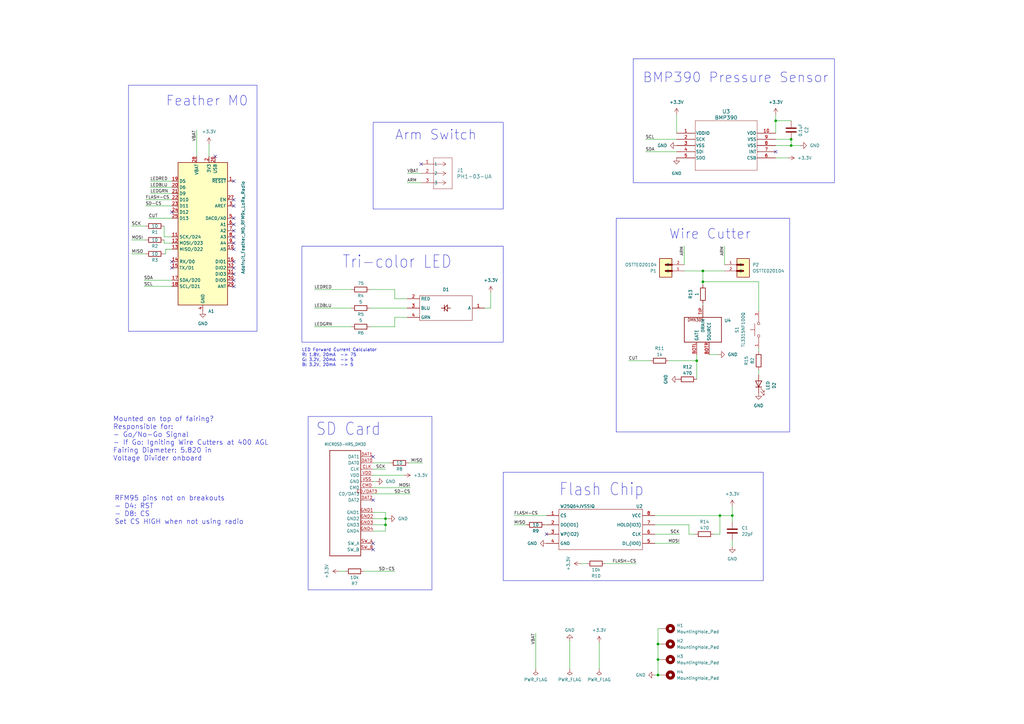
<source format=kicad_sch>
(kicad_sch (version 20230121) (generator eeschema)
  (paper "A3")
  (lib_symbols
    (symbol "CustomComponents:BMP390" (pin_names (offset 0.254))
      (property "Reference" "U" (at 20.32 10.16 0))
      (property "Value" "BMP390" (at 20.32 7.62 0))
      (symbol "BMP390_0_1"
        (polyline (pts (xy 7.62 -15.24) (xy 33.02 -15.24)) (stroke (width 0.127)))
        (polyline (pts (xy 7.62 5.08) (xy 7.62 -15.24)) (stroke (width 0.127)))
        (polyline (pts (xy 33.02 -15.24) (xy 33.02 5.08)) (stroke (width 0.127)))
        (polyline (pts (xy 33.02 5.08) (xy 7.62 5.08)) (stroke (width 0.127)))
        (pin power_in line (at 0 0 0) (length 7.62) (name "VDDIO") (number "1"))
        (pin power_in line (at 40.64 0 180) (length 7.62) (name "VDD") (number "10"))
        (pin input line (at 0 -2.54 0) (length 7.62) (name "SCK") (number "2"))
        (pin power_out line (at 0 -5.08 0) (length 7.62) (name "VSS") (number "3"))
        (pin bidirectional line (at 0 -7.62 0) (length 7.62) (name "SDI") (number "4"))
        (pin bidirectional line (at 0 -10.16 0) (length 7.62) (name "SDO") (number "5"))
        (pin input line (at 40.64 -10.16 180) (length 7.62) (name "CSB") (number "6"))
        (pin input line (at 40.64 -7.62 180) (length 7.62) (name "INT") (number "7"))
        (pin power_out line (at 40.64 -5.08 180) (length 7.62) (name "VSS") (number "8"))
        (pin power_out line (at 40.64 -2.54 180) (length 7.62) (name "VSS") (number "9"))
      )
    )
    (symbol "CustomComponents:DMN3051L-7"
      (symbol "DMN3051L-7_1_0"
        (polyline (pts (xy -7.62 0) (xy 7.62 0)) (stroke (width 0.254)))
        (polyline (pts (xy -7.62 10.16) (xy -7.62 0)) (stroke (width 0.254)))
        (polyline (pts (xy 7.62 0) (xy 7.62 10.16)) (stroke (width 0.254)))
        (polyline (pts (xy 7.62 10.16) (xy -7.62 10.16)) (stroke (width 0.254)))
        (text "DMN305" (at -6.35 8.382 0) (effects (font (size 1.27 1.0795)) (justify left bottom)))
        (pin bidirectional line (at -2.54 -5.08 90) (length 5.08) (name "GATE") (number "BOTL"))
        (pin bidirectional line (at 2.54 -5.08 90) (length 5.08) (name "SOURCE") (number "BOTR"))
        (pin bidirectional line (at 0 15.24 270) (length 5.08) (name "DRAIN") (number "TIP"))
      )
    )
    (symbol "CustomComponents:Diffused_RGB_(tri-color)_LED_-_Common_Anode"
      (property "Reference" "D" (at 1.27 -5.08 0))
      (symbol "Diffused_RGB_(tri-color)_LED_-_Common_Anode_0_1"
        (rectangle (start 0 -8.89) (end 21.59 -19.05))
      )
      (symbol "Diffused_RGB_(tri-color)_LED_-_Common_Anode_1_0"
        (polyline (pts (xy 10.16 -15.24) (xy 10.16 -13.97)) (stroke (width 0.254)))
        (polyline (pts (xy 10.16 -13.97) (xy 8.89 -13.97)) (stroke (width 0.254)))
        (polyline (pts (xy 10.16 -13.97) (xy 10.16 -12.7)) (stroke (width 0.254)))
        (polyline (pts (xy 10.16 -13.97) (xy 11.43 -15.24)) (stroke (width 0.254)))
        (polyline (pts (xy 11.43 -15.24) (xy 11.43 -13.97)) (stroke (width 0.254)))
        (polyline (pts (xy 11.43 -13.97) (xy 11.43 -12.7)) (stroke (width 0.254)))
        (polyline (pts (xy 11.43 -13.97) (xy 12.7 -13.97)) (stroke (width 0.254)))
        (polyline (pts (xy 11.43 -12.7) (xy 10.16 -13.97)) (stroke (width 0.254)))
      )
      (symbol "Diffused_RGB_(tri-color)_LED_-_Common_Anode_1_1"
        (pin input line (at 26.67 -13.97 180) (length 5.08) (name "A") (number "1"))
        (pin output line (at -5.08 -10.16 0) (length 5.08) (name "RED") (number "2"))
        (pin output line (at -5.08 -13.97 0) (length 5.08) (name "BLU") (number "3"))
        (pin output line (at -5.08 -17.78 0) (length 5.08) (name "GRN") (number "4"))
      )
    )
    (symbol "CustomComponents:MICROSD-HRS_DM3D"
      (property "Value" "MICROSD-HRS_DM3D" (at 0 -20.32 0))
      (symbol "MICROSD-HRS_DM3D_1_0"
        (polyline (pts (xy 0 -17.78) (xy 0 25.4)) (stroke (width 0.254)))
        (polyline (pts (xy 0 25.4) (xy 12.7 25.4)) (stroke (width 0.254)))
        (polyline (pts (xy 12.7 -17.78) (xy 0 -17.78)) (stroke (width 0.254)))
        (polyline (pts (xy 12.7 25.4) (xy 12.7 -17.78)) (stroke (width 0.254)))
        (pin bidirectional line (at 17.78 7.62 180) (length 5.08) (name "CD/DAT3") (number "CD/DAT3"))
        (pin bidirectional line (at 17.78 17.78 180) (length 5.08) (name "CLK") (number "CLK"))
        (pin bidirectional line (at 17.78 10.16 180) (length 5.08) (name "CMD") (number "CMD"))
        (pin bidirectional line (at 17.78 20.32 180) (length 5.08) (name "DAT0") (number "DAT0"))
        (pin bidirectional line (at 17.78 22.86 180) (length 5.08) (name "DAT1") (number "DAT1"))
        (pin bidirectional line (at 17.78 5.08 180) (length 5.08) (name "DAT2") (number "DAT2"))
        (pin bidirectional line (at 17.78 0 180) (length 5.08) (name "GND1") (number "GND1"))
        (pin bidirectional line (at 17.78 -2.54 180) (length 5.08) (name "GND2") (number "GND2"))
        (pin bidirectional line (at 17.78 -5.08 180) (length 5.08) (name "GND3") (number "GND3"))
        (pin bidirectional line (at 17.78 -7.62 180) (length 5.08) (name "GND4") (number "GND4"))
        (pin bidirectional line (at 17.78 -12.7 180) (length 5.08) (name "SW_A") (number "SW_A"))
        (pin bidirectional line (at 17.78 -15.24 180) (length 5.08) (name "SW_B") (number "SW_B"))
        (pin bidirectional line (at 17.78 15.24 180) (length 5.08) (name "VDD") (number "VDD"))
        (pin bidirectional line (at 17.78 12.7 180) (length 5.08) (name "GND") (number "VSS"))
      )
    )
    (symbol "CustomComponents:PH1-03-UA" (pin_names (offset 0.254))
      (property "Reference" "J" (at 8.89 6.35 0))
      (property "Value" "PH1-03-UA" (at 0 0 0))
      (symbol "PH1-03-UA_1_1"
        (polyline (pts (xy 5.08 -10.16) (xy 12.7 -10.16)) (stroke (width 0.127)))
        (polyline (pts (xy 5.08 2.54) (xy 5.08 -10.16)) (stroke (width 0.127)))
        (polyline (pts (xy 10.16 -7.62) (xy 5.08 -7.62)) (stroke (width 0.127)))
        (polyline (pts (xy 10.16 -7.62) (xy 8.89 -8.4667)) (stroke (width 0.127)))
        (polyline (pts (xy 10.16 -7.62) (xy 8.89 -6.7733)) (stroke (width 0.127)))
        (polyline (pts (xy 10.16 -3.81) (xy 5.08 -3.81)) (stroke (width 0.127)))
        (polyline (pts (xy 10.16 -3.81) (xy 8.89 -4.6567)) (stroke (width 0.127)))
        (polyline (pts (xy 10.16 -3.81) (xy 8.89 -2.9633)) (stroke (width 0.127)))
        (polyline (pts (xy 10.16 0) (xy 5.08 0)) (stroke (width 0.127)))
        (polyline (pts (xy 10.16 0) (xy 8.89 -0.8467)) (stroke (width 0.127)))
        (polyline (pts (xy 10.16 0) (xy 8.89 0.8467)) (stroke (width 0.127)))
        (polyline (pts (xy 12.7 -10.16) (xy 12.7 2.54)) (stroke (width 0.127)))
        (polyline (pts (xy 12.7 2.54) (xy 5.08 2.54)) (stroke (width 0.127)))
        (pin unspecified line (at 0 0 0) (length 5.08) (name "1") (number "1"))
        (pin unspecified line (at 0 -3.81 0) (length 5.08) (name "2") (number "2"))
        (pin unspecified line (at 0 -7.62 0) (length 5.08) (name "3") (number "3"))
      )
      (symbol "PH1-03-UA_1_2"
        (polyline (pts (xy 5.08 -20.32) (xy 12.7 -20.32)) (stroke (width 0.127)))
        (polyline (pts (xy 5.08 2.54) (xy 5.08 -20.32)) (stroke (width 0.127)))
        (polyline (pts (xy 7.62 -17.78) (xy 5.08 -17.78)) (stroke (width 0.127)))
        (polyline (pts (xy 7.62 -17.78) (xy 8.89 -18.6267)) (stroke (width 0.127)))
        (polyline (pts (xy 7.62 -17.78) (xy 8.89 -16.9333)) (stroke (width 0.127)))
        (polyline (pts (xy 7.62 -15.24) (xy 5.08 -15.24)) (stroke (width 0.127)))
        (polyline (pts (xy 7.62 -15.24) (xy 8.89 -16.0867)) (stroke (width 0.127)))
        (polyline (pts (xy 7.62 -15.24) (xy 8.89 -14.3933)) (stroke (width 0.127)))
        (polyline (pts (xy 7.62 -12.7) (xy 5.08 -12.7)) (stroke (width 0.127)))
        (polyline (pts (xy 7.62 -12.7) (xy 8.89 -13.5467)) (stroke (width 0.127)))
        (polyline (pts (xy 7.62 -12.7) (xy 8.89 -11.8533)) (stroke (width 0.127)))
        (polyline (pts (xy 7.62 -10.16) (xy 5.08 -10.16)) (stroke (width 0.127)))
        (polyline (pts (xy 7.62 -10.16) (xy 8.89 -11.0067)) (stroke (width 0.127)))
        (polyline (pts (xy 7.62 -10.16) (xy 8.89 -9.3133)) (stroke (width 0.127)))
        (polyline (pts (xy 7.62 -7.62) (xy 5.08 -7.62)) (stroke (width 0.127)))
        (polyline (pts (xy 7.62 -7.62) (xy 8.89 -8.4667)) (stroke (width 0.127)))
        (polyline (pts (xy 7.62 -7.62) (xy 8.89 -6.7733)) (stroke (width 0.127)))
        (polyline (pts (xy 7.62 -5.08) (xy 5.08 -5.08)) (stroke (width 0.127)))
        (polyline (pts (xy 7.62 -5.08) (xy 8.89 -5.9267)) (stroke (width 0.127)))
        (polyline (pts (xy 7.62 -5.08) (xy 8.89 -4.2333)) (stroke (width 0.127)))
        (polyline (pts (xy 7.62 -2.54) (xy 5.08 -2.54)) (stroke (width 0.127)))
        (polyline (pts (xy 7.62 -2.54) (xy 8.89 -3.3867)) (stroke (width 0.127)))
        (polyline (pts (xy 7.62 -2.54) (xy 8.89 -1.6933)) (stroke (width 0.127)))
        (polyline (pts (xy 7.62 0) (xy 5.08 0)) (stroke (width 0.127)))
        (polyline (pts (xy 7.62 0) (xy 8.89 -0.8467)) (stroke (width 0.127)))
        (polyline (pts (xy 7.62 0) (xy 8.89 0.8467)) (stroke (width 0.127)))
        (polyline (pts (xy 12.7 -20.32) (xy 12.7 2.54)) (stroke (width 0.127)))
        (polyline (pts (xy 12.7 2.54) (xy 5.08 2.54)) (stroke (width 0.127)))
        (pin unspecified line (at 0 0 0) (length 5.08) (name "1") (number "1"))
        (pin unspecified line (at 0 -2.54 0) (length 5.08) (name "2") (number "2"))
        (pin unspecified line (at 0 -5.08 0) (length 5.08) (name "3") (number "3"))
        (pin unspecified line (at 0 -7.62 0) (length 5.08) (name "4") (number "4"))
        (pin unspecified line (at 0 -10.16 0) (length 5.08) (name "5") (number "5"))
        (pin unspecified line (at 0 -12.7 0) (length 5.08) (name "6") (number "6"))
        (pin unspecified line (at 0 -15.24 0) (length 5.08) (name "7") (number "7"))
        (pin unspecified line (at 0 -17.78 0) (length 5.08) (name "8") (number "8"))
      )
    )
    (symbol "CustomComponents:TERMBLOCK_OSTTE020104_35MM" (pin_names (offset 1.016))
      (property "Reference" "P" (at 0 2.5427 0))
      (property "Value" "TERMBLOCK_OSTTE020104_35MM" (at 0 -6.3578 0))
      (symbol "TERMBLOCK_OSTTE020104_35MM_0_0"
        (rectangle (start 0 -5.08) (end 5.08 2.54) (stroke (width 0.254)) (fill (type background)))
        (polyline (pts (xy 0 -2.54) (xy 2.54 -2.54)) (stroke (width 0.762)))
        (polyline (pts (xy 0 0) (xy 2.54 0)) (stroke (width 0.762)))
        (pin passive line (at -5.08 0 0) (length 5.08) (name "1") (number "1"))
        (pin passive line (at -5.08 -2.54 0) (length 5.08) (name "2") (number "2"))
      )
    )
    (symbol "CustomComponents:TL3315NF100Q" (pin_names (offset 1.016))
      (property "Reference" "S" (at -7.62 5.08 0))
      (property "Value" "TL3315NF100Q" (at -7.62 -5.08 0))
      (symbol "TL3315NF100Q_0_0"
        (circle (center -2.54 0) (radius 0.508) (stroke (width 0.1524)))
        (polyline (pts (xy -5.08 0) (xy -3.048 0)) (stroke (width 0.1524)))
        (polyline (pts (xy -2.54 1.5875) (xy 0 1.5875)) (stroke (width 0.1524)))
        (polyline (pts (xy 0 1.5875) (xy 0 3.4925)) (stroke (width 0.1524)))
        (polyline (pts (xy 0 1.5875) (xy 2.54 1.5875)) (stroke (width 0.1524)))
        (polyline (pts (xy 5.08 0) (xy 3.048 0)) (stroke (width 0.1524)))
        (circle (center 2.54 0) (radius 0.508) (stroke (width 0.1524)))
        (pin passive line (at -7.62 0 0) (length 2.54) (name "~") (number "1"))
        (pin passive line (at 7.62 0 180) (length 2.54) (name "~") (number "3"))
      )
    )
    (symbol "CustomComponents:W25Q64JV"
      (property "Reference" "U11" (at 16.51 -3.81 0))
      (property "Value" "~" (at -2.54 -5.08 0))
      (symbol "W25Q64JV_0_1"
        (rectangle (start -16.51 -21.59) (end 17.78 -21.59))
        (rectangle (start -16.51 -5.08) (end -16.51 -21.59))
        (rectangle (start -16.51 -5.08) (end 17.78 -5.08))
        (rectangle (start 17.78 -5.08) (end 17.78 -21.59))
      )
      (symbol "W25Q64JV_1_1"
        (pin bidirectional line (at -21.59 -7.62 0) (length 5.08) (name "CS") (number "1"))
        (pin bidirectional line (at -21.59 -11.43 0) (length 5.08) (name "DO(IO1)") (number "2"))
        (pin bidirectional line (at -21.59 -15.24 0) (length 5.08) (name "WP(IO2)") (number "3"))
        (pin bidirectional line (at -21.59 -19.05 0) (length 5.08) (name "GND") (number "4"))
        (pin bidirectional line (at 22.86 -19.05 180) (length 5.08) (name "DI_(IO0)") (number "5"))
        (pin bidirectional line (at 22.86 -15.24 180) (length 5.08) (name "CLK") (number "6"))
        (pin bidirectional line (at 22.86 -11.43 180) (length 5.08) (name "HOLD(IO3)") (number "7"))
        (pin bidirectional line (at 22.86 -7.62 180) (length 5.08) (name "VCC") (number "8"))
      )
    )
    (symbol "Device:C" (pin_numbers hide) (pin_names (offset 0.254))
      (property "Reference" "C" (at 0.635 2.54 0))
      (property "Value" "C" (at 0.635 -2.54 0))
      (symbol "C_0_1"
        (polyline (pts (xy -2.032 -0.762) (xy 2.032 -0.762)) (stroke (width 0.508)))
        (polyline (pts (xy -2.032 0.762) (xy 2.032 0.762)) (stroke (width 0.508)))
      )
      (symbol "C_1_1"
        (pin passive line (at 0 3.81 270) (length 2.794) (name "~") (number "1"))
        (pin passive line (at 0 -3.81 90) (length 2.794) (name "~") (number "2"))
      )
    )
    (symbol "Device:LED" (pin_numbers hide) (pin_names (offset 1.016) hide)
      (property "Reference" "D" (at 0 2.54 0))
      (property "Value" "LED" (at 0 -2.54 0))
      (symbol "LED_0_1"
        (polyline (pts (xy -1.27 -1.27) (xy -1.27 1.27)) (stroke (width 0.254)))
        (polyline (pts (xy -1.27 0) (xy 1.27 0)))
        (polyline (pts (xy 1.27 -1.27) (xy 1.27 1.27) (xy -1.27 0) (xy 1.27 -1.27)) (stroke (width 0.254)))
        (polyline (pts (xy -3.048 -0.762) (xy -4.572 -2.286) (xy -3.81 -2.286) (xy -4.572 -2.286) (xy -4.572 -1.524)))
        (polyline (pts (xy -1.778 -0.762) (xy -3.302 -2.286) (xy -2.54 -2.286) (xy -3.302 -2.286) (xy -3.302 -1.524)))
      )
      (symbol "LED_1_1"
        (pin passive line (at -3.81 0 0) (length 2.54) (name "K") (number "1"))
        (pin passive line (at 3.81 0 180) (length 2.54) (name "A") (number "2"))
      )
    )
    (symbol "Device:R" (pin_numbers hide) (pin_names (offset 0))
      (property "Reference" "R" (at 2.032 0 90))
      (property "Value" "R" (at 0 0 90))
      (symbol "R_0_1"
        (rectangle (start -1.016 -2.54) (end 1.016 2.54) (stroke (width 0.254)))
      )
      (symbol "R_1_1"
        (pin passive line (at 0 3.81 270) (length 1.27) (name "~") (number "1"))
        (pin passive line (at 0 -3.81 90) (length 1.27) (name "~") (number "2"))
      )
    )
    (symbol "MCU_Module:Adafruit_Feather_M0_RFM9x_LoRa_Radio"
      (property "Reference" "A" (at -10.16 29.21 0))
      (property "Value" "Adafruit_Feather_M0_RFM9x_LoRa_Radio" (at 2.54 -31.75 0))
      (symbol "Adafruit_Feather_M0_RFM9x_LoRa_Radio_0_1"
        (rectangle (start -10.16 27.94) (end 10.16 -30.48) (stroke (width 0.254)) (fill (type background)))
      )
      (symbol "Adafruit_Feather_M0_RFM9x_LoRa_Radio_1_1"
        (pin input line (at 12.7 20.32 180) (length 2.54) (name "~{RESET}") (number "1"))
        (pin bidirectional line (at 12.7 -7.62 180) (length 2.54) (name "A5") (number "10"))
        (pin bidirectional line (at -12.7 -2.54 0) (length 2.54) (name "SCK/D24") (number "11"))
        (pin bidirectional line (at -12.7 -5.08 0) (length 2.54) (name "MOSI/D23") (number "12"))
        (pin bidirectional line (at -12.7 -7.62 0) (length 2.54) (name "MISO/D22") (number "13"))
        (pin bidirectional line (at -12.7 -12.7 0) (length 2.54) (name "RX/D0") (number "14"))
        (pin bidirectional line (at -12.7 -15.24 0) (length 2.54) (name "TX/D1") (number "15"))
        (pin bidirectional line (at 12.7 -12.7 180) (length 2.54) (name "DIO1") (number "16"))
        (pin bidirectional line (at -12.7 -20.32 0) (length 2.54) (name "SDA/D20") (number "17"))
        (pin bidirectional line (at -12.7 -22.86 0) (length 2.54) (name "SCL/D21") (number "18"))
        (pin bidirectional line (at -12.7 20.32 0) (length 2.54) (name "D5") (number "19"))
        (pin power_in line (at 2.54 30.48 270) (length 2.54) (name "3V3") (number "2"))
        (pin bidirectional line (at -12.7 17.78 0) (length 2.54) (name "D6") (number "20"))
        (pin bidirectional line (at -12.7 15.24 0) (length 2.54) (name "D9") (number "21"))
        (pin bidirectional line (at -12.7 12.7 0) (length 2.54) (name "D10") (number "22"))
        (pin bidirectional line (at -12.7 10.16 0) (length 2.54) (name "D11") (number "23"))
        (pin bidirectional line (at -12.7 7.62 0) (length 2.54) (name "D12") (number "24"))
        (pin bidirectional line (at -12.7 5.08 0) (length 2.54) (name "D13") (number "25"))
        (pin power_in line (at 5.08 30.48 270) (length 2.54) (name "USB") (number "26"))
        (pin input line (at 12.7 12.7 180) (length 2.54) (name "EN") (number "27"))
        (pin power_in line (at -2.54 30.48 270) (length 2.54) (name "VBAT") (number "28"))
        (pin bidirectional line (at 12.7 -22.86 180) (length 2.54) (name "ANT") (number "29"))
        (pin input line (at 12.7 10.16 180) (length 2.54) (name "AREF") (number "3"))
        (pin bidirectional line (at 12.7 -20.32 180) (length 2.54) (name "DIO5") (number "30"))
        (pin bidirectional line (at 12.7 -17.78 180) (length 2.54) (name "DIO3") (number "31"))
        (pin bidirectional line (at 12.7 -15.24 180) (length 2.54) (name "DIO2") (number "32"))
        (pin power_in line (at 0 -33.02 90) (length 2.54) (name "GND") (number "4"))
        (pin bidirectional line (at 12.7 5.08 180) (length 2.54) (name "DAC0/A0") (number "5"))
        (pin bidirectional line (at 12.7 2.54 180) (length 2.54) (name "A1") (number "6"))
        (pin bidirectional line (at 12.7 0 180) (length 2.54) (name "A2") (number "7"))
        (pin bidirectional line (at 12.7 -2.54 180) (length 2.54) (name "A3") (number "8"))
        (pin bidirectional line (at 12.7 -5.08 180) (length 2.54) (name "A4") (number "9"))
      )
    )
    (symbol "Mechanical:MountingHole_Pad" (pin_numbers hide) (pin_names (offset 1.016) hide)
      (property "Reference" "H" (at 0 6.35 0))
      (property "Value" "MountingHole_Pad" (at 0 4.445 0))
      (symbol "MountingHole_Pad_0_1"
        (circle (center 0 1.27) (radius 1.27) (stroke (width 1.27)))
      )
      (symbol "MountingHole_Pad_1_1"
        (pin input line (at 0 -2.54 90) (length 2.54) (name "1") (number "1"))
      )
    )
    (symbol "TERMBLOCK_OSTTE020104_35MM_1" (pin_names (offset 1.016))
      (property "Reference" "P4" (at 7.62 0 0))
      (property "Value" "OSTTE020104" (at 12.7 -2.54 0))
      (symbol "TERMBLOCK_OSTTE020104_35MM_1_0_0"
        (rectangle (start 0 -5.08) (end 5.08 2.54) (stroke (width 0.254)) (fill (type background)))
        (polyline (pts (xy 0 -2.54) (xy 2.54 -2.54)) (stroke (width 0.762)))
        (polyline (pts (xy 0 0) (xy 2.54 0)) (stroke (width 0.762)))
      )
      (symbol "TERMBLOCK_OSTTE020104_35MM_1_1_0"
        (pin passive line (at -5.08 0 0) (length 5.08) (name "1") (number "1"))
        (pin passive line (at -5.08 -2.54 0) (length 5.08) (name "2") (number "2"))
      )
    )
    (symbol "power:+3.3V" (power) (pin_names (offset 0))
      (property "Value" "+3.3V" (at 0 3.556 0))
      (symbol "+3.3V_0_1"
        (polyline (pts (xy -0.762 1.27) (xy 0 2.54)))
        (polyline (pts (xy 0 0) (xy 0 2.54)))
        (polyline (pts (xy 0 2.54) (xy 0.762 1.27)))
      )
      (symbol "+3.3V_1_1"
        (pin power_in line (at 0 0 90) (length 0) hide (name "+3.3V") (number "1"))
      )
    )
    (symbol "power:GND" (power) (pin_names (offset 0))
      (property "Value" "GND" (at 0 -3.81 0))
      (symbol "GND_0_1"
        (polyline (pts (xy 0 0) (xy 0 -1.27) (xy 1.27 -1.27) (xy 0 -2.54) (xy -1.27 -1.27) (xy 0 -1.27)))
      )
      (symbol "GND_1_1"
        (pin power_in line (at 0 0 270) (length 0) hide (name "GND") (number "1"))
      )
    )
    (symbol "power:PWR_FLAG" (power) (pin_numbers hide) (pin_names (offset 0) hide)
      (property "Value" "PWR_FLAG" (at 0 3.81 0))
      (symbol "PWR_FLAG_0_0"
        (pin power_out line (at 0 0 90) (length 0) (name "pwr") (number "1"))
      )
      (symbol "PWR_FLAG_0_1"
        (polyline (pts (xy 0 0) (xy 0 1.27) (xy -1.016 1.905) (xy 0 2.54) (xy 1.016 1.905) (xy 0 1.27)))
      )
    )
  )
  (junction (at 295.275 211.455))
  (junction (at 158.115 215.265))
  (junction (at 158.115 212.725))
  (junction (at 269.875 270.51))
  (junction (at 324.485 59.69))
  (junction (at 269.875 276.86))
  (junction (at 318.135 49.53))
  (junction (at 285.75 147.955))
  (junction (at 288.29 115.57))
  (junction (at 269.875 264.16))
  (junction (at 288.29 111.125))
  (junction (at 300.355 211.455))
  (junction (at 324.485 57.15))
  (no_connect (at 95.885 114.935))
  (no_connect (at 88.265 64.135))
  (no_connect (at 318.135 62.23))
  (no_connect (at 153.035 187.325))
  (no_connect (at 224.155 219.075))
  (no_connect (at 95.885 84.455))
  (no_connect (at 95.885 89.535))
  (no_connect (at 70.485 86.995))
  (no_connect (at 95.885 81.915))
  (no_connect (at 95.885 97.155))
  (no_connect (at 153.035 205.105))
  (no_connect (at 95.885 109.855))
  (no_connect (at 95.885 92.075))
  (no_connect (at 95.885 94.615))
  (no_connect (at 95.885 107.315))
  (no_connect (at 153.035 225.425))
  (no_connect (at 95.885 102.235))
  (no_connect (at 95.885 74.295))
  (no_connect (at 153.035 222.885))
  (no_connect (at 95.885 99.695))
  (no_connect (at 95.885 112.395))
  (no_connect (at 70.485 109.855))
  (no_connect (at 172.72 67.31))
  (no_connect (at 95.885 117.475))
  (no_connect (at 70.485 107.315))
  (wire (pts (xy 154.305 118.745) (xy 161.925 118.745)) (stroke (width 0.1524)))
  (wire (pts (xy 165.735 194.945) (xy 153.035 194.945)))
  (wire (pts (xy 311.15 144.145) (xy 311.15 142.875)))
  (wire (pts (xy 285.75 145.415) (xy 285.75 147.955)))
  (wire (pts (xy 161.925 118.745) (xy 161.925 122.555)) (stroke (width 0.1524)))
  (wire (pts (xy 158.115 210.185) (xy 158.115 212.725)))
  (wire (pts (xy 285.75 147.955) (xy 285.75 155.575)))
  (wire (pts (xy 159.385 212.725) (xy 158.115 212.725)))
  (wire (pts (xy 288.29 115.57) (xy 288.29 116.84)))
  (wire (pts (xy 269.875 264.16) (xy 271.145 264.16)))
  (wire (pts (xy 219.71 274.32) (xy 219.71 259.715)))
  (wire (pts (xy 61.595 76.835) (xy 70.485 76.835)))
  (wire (pts (xy 318.135 49.53) (xy 318.135 54.61)))
  (wire (pts (xy 295.275 211.455) (xy 300.355 211.455)) (stroke (width 0.1524)))
  (wire (pts (xy 311.15 115.57) (xy 288.29 115.57)))
  (wire (pts (xy 153.035 189.865) (xy 160.02 189.865)))
  (wire (pts (xy 128.905 118.745) (xy 144.145 118.745)) (stroke (width 0.1524)))
  (wire (pts (xy 67.31 104.14) (xy 67.945 104.14)))
  (wire (pts (xy 158.115 212.725) (xy 158.115 215.265)))
  (wire (pts (xy 85.725 59.055) (xy 85.725 64.135)))
  (wire (pts (xy 139.065 234.315) (xy 141.605 234.315)))
  (wire (pts (xy 201.295 120.015) (xy 201.295 126.365)))
  (wire (pts (xy 168.275 200.025) (xy 153.035 200.025)))
  (wire (pts (xy 128.905 126.365) (xy 144.145 126.365)) (stroke (width 0.1524)))
  (wire (pts (xy 238.125 231.14) (xy 240.665 231.14)))
  (wire (pts (xy 80.645 53.34) (xy 80.645 64.135)))
  (wire (pts (xy 53.975 92.71) (xy 59.69 92.71)))
  (wire (pts (xy 269.875 270.51) (xy 269.875 276.86)))
  (wire (pts (xy 167.64 189.865) (xy 173.355 189.865)))
  (wire (pts (xy 154.305 197.485) (xy 153.035 197.485)))
  (wire (pts (xy 280.67 100.965) (xy 280.67 108.585)))
  (wire (pts (xy 318.135 49.53) (xy 324.485 49.53)))
  (wire (pts (xy 300.355 224.155) (xy 300.355 221.615)))
  (wire (pts (xy 167.005 71.12) (xy 172.72 71.12)))
  (wire (pts (xy 60.96 89.535) (xy 70.485 89.535)))
  (wire (pts (xy 59.69 84.455) (xy 70.485 84.455)))
  (wire (pts (xy 324.485 57.15) (xy 318.135 57.15)))
  (wire (pts (xy 264.795 62.23) (xy 277.495 62.23)))
  (wire (pts (xy 158.115 217.805) (xy 153.035 217.805)))
  (wire (pts (xy 288.29 124.46) (xy 288.29 125.095)))
  (wire (pts (xy 300.355 211.455) (xy 300.355 213.995)) (stroke (width 0.1524)))
  (wire (pts (xy 167.005 74.93) (xy 172.72 74.93)))
  (wire (pts (xy 151.765 133.985) (xy 154.305 133.985)))
  (wire (pts (xy 67.945 102.235) (xy 70.485 102.235)))
  (wire (pts (xy 324.485 59.69) (xy 324.485 57.15)))
  (wire (pts (xy 153.035 202.565) (xy 168.275 202.565)))
  (wire (pts (xy 260.985 231.14) (xy 248.285 231.14)))
  (wire (pts (xy 161.925 133.985) (xy 161.925 130.175)) (stroke (width 0.1524)))
  (wire (pts (xy 59.055 114.935) (xy 70.485 114.935)))
  (wire (pts (xy 210.82 211.455) (xy 224.155 211.455)))
  (wire (pts (xy 282.575 219.075) (xy 282.575 215.265)))
  (wire (pts (xy 67.31 99.695) (xy 70.485 99.695)))
  (wire (pts (xy 311.15 153.67) (xy 311.15 151.765)))
  (wire (pts (xy 318.135 59.69) (xy 324.485 59.69)))
  (wire (pts (xy 268.605 211.455) (xy 295.275 211.455)) (stroke (width 0.1524)))
  (wire (pts (xy 278.765 222.885) (xy 268.605 222.885)))
  (wire (pts (xy 67.31 97.155) (xy 67.31 92.71)))
  (wire (pts (xy 323.215 64.77) (xy 318.135 64.77)))
  (wire (pts (xy 201.295 126.365) (xy 198.755 126.365)))
  (wire (pts (xy 280.67 111.125) (xy 288.29 111.125)))
  (wire (pts (xy 153.035 212.725) (xy 158.115 212.725)))
  (wire (pts (xy 278.765 219.075) (xy 268.605 219.075)))
  (wire (pts (xy 288.29 111.125) (xy 288.29 115.57)))
  (wire (pts (xy 67.31 98.425) (xy 67.31 99.695)))
  (wire (pts (xy 297.18 100.965) (xy 297.18 108.585)))
  (wire (pts (xy 67.945 104.14) (xy 67.945 102.235)))
  (wire (pts (xy 300.355 207.645) (xy 300.355 211.455)))
  (wire (pts (xy 294.64 145.415) (xy 290.83 145.415)))
  (wire (pts (xy 153.035 210.185) (xy 158.115 210.185)))
  (wire (pts (xy 153.035 215.265) (xy 158.115 215.265)))
  (wire (pts (xy 70.485 97.155) (xy 67.31 97.155)))
  (wire (pts (xy 215.9 215.265) (xy 210.82 215.265)))
  (wire (pts (xy 233.68 262.89) (xy 233.68 274.32)))
  (wire (pts (xy 53.975 104.14) (xy 59.69 104.14)))
  (wire (pts (xy 318.135 46.99) (xy 318.135 49.53)))
  (wire (pts (xy 277.495 46.99) (xy 277.495 54.61)))
  (wire (pts (xy 269.875 264.16) (xy 269.875 270.51)))
  (wire (pts (xy 311.15 115.57) (xy 311.15 127.635)))
  (wire (pts (xy 295.275 219.075) (xy 295.275 211.455)) (stroke (width 0.1524)))
  (wire (pts (xy 158.115 192.405) (xy 153.035 192.405)))
  (wire (pts (xy 223.52 215.265) (xy 224.155 215.265)))
  (wire (pts (xy 282.575 219.075) (xy 285.115 219.075)))
  (wire (pts (xy 154.305 133.985) (xy 161.925 133.985)) (stroke (width 0.1524)))
  (wire (pts (xy 269.875 264.16) (xy 269.875 257.81)))
  (wire (pts (xy 245.745 274.32) (xy 245.745 263.525)))
  (wire (pts (xy 161.925 234.315) (xy 149.225 234.315)))
  (wire (pts (xy 61.595 74.295) (xy 70.485 74.295)))
  (wire (pts (xy 274.32 147.955) (xy 285.75 147.955)))
  (wire (pts (xy 271.145 270.51) (xy 269.875 270.51)))
  (wire (pts (xy 161.925 122.555) (xy 167.005 122.555)) (stroke (width 0.1524)))
  (wire (pts (xy 264.795 57.15) (xy 277.495 57.15)))
  (wire (pts (xy 53.975 98.425) (xy 59.69 98.425)))
  (wire (pts (xy 266.7 147.955) (xy 257.81 147.955)))
  (wire (pts (xy 269.875 276.86) (xy 268.605 276.86)))
  (wire (pts (xy 328.295 59.69) (xy 324.485 59.69)))
  (wire (pts (xy 151.765 118.745) (xy 154.305 118.745)))
  (wire (pts (xy 151.765 126.365) (xy 154.305 126.365)))
  (wire (pts (xy 268.605 215.265) (xy 282.575 215.265)))
  (wire (pts (xy 288.29 111.125) (xy 297.18 111.125)))
  (wire (pts (xy 59.055 117.475) (xy 70.485 117.475)))
  (wire (pts (xy 271.145 276.86) (xy 269.875 276.86)))
  (wire (pts (xy 59.69 81.915) (xy 70.485 81.915)))
  (wire (pts (xy 128.905 133.985) (xy 144.145 133.985)) (stroke (width 0.1524)))
  (wire (pts (xy 61.595 79.375) (xy 70.485 79.375)))
  (wire (pts (xy 161.925 130.175) (xy 167.005 130.175)) (stroke (width 0.1524)))
  (wire (pts (xy 158.115 215.265) (xy 158.115 217.805)))
  (wire (pts (xy 154.305 126.365) (xy 167.005 126.365)) (stroke (width 0.1524)))
  (wire (pts (xy 292.735 219.075) (xy 295.275 219.075)) (stroke (width 0.1524)))
  (wire (pts (xy 271.145 257.81) (xy 269.875 257.81)))
  (rectangle (start 252.73 89.535) (end 323.85 177.165))
  (rectangle (start 259.715 24.13) (end 342.265 74.93))
  (rectangle (start 52.705 34.925) (end 105.41 135.89))
  (rectangle (start 153.035 50.165) (end 206.375 85.725))
  (rectangle (start 126.365 170.815) (end 177.165 241.935))
  (rectangle (start 206.375 193.675) (end 313.055 238.125))
  (rectangle (start 123.825 100.965) (end 206.375 140.335))
  (text "RFM95 pins not on breakouts\n- D4: RST\n- D8: CS\nSet CS HIGH when not using radio" (at 46.99 215.265 0) (effects (font (size 2 2)) (justify left bottom)))
  (text "LED Forward Current Calculator\nR: 1.8V, 20mA  -> 75\nG: 3.2V, 20mA  -> 5\nB: 3.2V, 20mA  -> 5" (at 123.825 150.495 0) (effects (font (size 1.27 1.27)) (justify left bottom)))
  (text "SD Card" (at 129.54 179.07 0) (effects (font (size 5.08 4.318)) (justify left bottom)))
  (text "Wire Cutter" (at 274.32 98.425 0) (effects (font (size 4 4)) (justify left bottom)))
  (text "BMP390 Pressure Sensor" (at 263.525 34.29 0) (effects (font (size 4 4)) (justify left bottom)))
  (text "Tri-color LED" (at 140.335 110.49 0) (effects (font (size 5.08 4.318)) (justify left bottom)))
  (text "Arm Switch" (at 161.925 57.785 0) (effects (font (size 4 4)) (justify left bottom)))
  (text "Mounted on top of fairing?\nResponsible for:\n- Go/No-Go Signal\n- If Go: Igniting Wire Cutters at 400 AGL\nFairing Diameter: 5.820 in\nVoltage Divider onboard" (at 46.355 189.23 0) (effects (font (size 2 2)) (justify left bottom)))
  (text "Feather M0" (at 67.945 43.815 0) (effects (font (size 4 4)) (justify left bottom)))
  (text "Flash Chip" (at 229.235 203.835 0) (effects (font (size 5.08 4.318)) (justify left bottom)))
  (label "LEDGRN" (at 128.905 133.985 0) (effects (font (size 1.2446 1.2446))))
  (label "CUT" (at 257.81 147.955 0))
  (label "SD-CS" (at 161.925 234.315 180) (effects (font (size 1.2446 1.2446))))
  (label "SDA" (at 59.055 114.935 0) (effects (font (size 1.2446 1.2446))))
  (label "FLASH-CS" (at 260.985 231.14 180) (effects (font (size 1.2446 1.2446))))
  (label "FLASH-CS" (at 59.69 81.915 0) (effects (font (size 1.2446 1.2446))))
  (label "SD-CS" (at 59.69 84.455 0) (effects (font (size 1.2446 1.2446))))
  (label "LEDRED" (at 61.595 74.295 0) (effects (font (size 1.2446 1.2446))))
  (label "MOSI" (at 168.275 200.025 180) (effects (font (size 1.2446 1.2446))))
  (label "VBAT" (at 167.005 71.12 0))
  (label "MISO" (at 173.355 189.865 180))
  (label "SCK" (at 278.765 219.075 180) (effects (font (size 1.2446 1.2446))))
  (label "ARM" (at 297.18 100.965 270) (effects (font (size 1.2446 1.2446))))
  (label "MISO" (at 210.82 215.265 0) (effects (font (size 1.2446 1.2446))))
  (label "VBAT" (at 80.645 53.34 270))
  (label "ARM" (at 280.67 100.965 270) (effects (font (size 1.2446 1.2446))))
  (label "CUT" (at 60.96 89.535 0))
  (label "MISO" (at 53.975 104.14 0))
  (label "SCK" (at 53.975 92.71 0))
  (label "SCK" (at 158.115 192.405 180))
  (label "LEDBLU" (at 128.905 126.365 0) (effects (font (size 1.2446 1.2446))))
  (label "ARM" (at 167.005 74.93 0) (effects (font (size 1.2446 1.2446))))
  (label "LEDGRN" (at 61.595 79.375 0) (effects (font (size 1.2446 1.2446))))
  (label "SCL" (at 59.055 117.475 0) (effects (font (size 1.2446 1.2446))))
  (label "SCL" (at 264.795 57.15 0) (effects (font (size 1.2446 1.2446))))
  (label "LEDBLU" (at 61.595 76.835 0) (effects (font (size 1.2446 1.2446))))
  (label "LEDRED" (at 128.905 118.745 0) (effects (font (size 1.2446 1.2446))))
  (label "VBAT" (at 219.71 259.715 270))
  (label "FLASH-CS" (at 210.82 211.455 0) (effects (font (size 1.2446 1.2446))))
  (label "MOSI" (at 278.765 222.885 180) (effects (font (size 1.2446 1.2446))))
  (label "MOSI" (at 53.975 98.425 0) (effects (font (size 1.2446 1.2446))))
  (label "SD-CS" (at 168.275 202.565 180) (effects (font (size 1.2446 1.2446))))
  (label "SDA" (at 264.795 62.23 0) (effects (font (size 1.2446 1.2446))))
  (symbol (lib_id "Device:R") (at 63.5 98.425 270) (unit 1)
    (property "Reference" "R2" (at 63.5 100.965 90))
    (property "Value" "10" (at 63.5 98.425 90))
    (property "Footprint" "CustomFootprintLib:R_0603_1608Metric_Pad0.98x0.95mm_HandSolder" (effects hide))
    (property "Item #" "9" (effects hide))
    (property "Package/Footprint" "0603" (effects hide))
    (property "Type" "SMD" (effects hide))
    (property "Distributor" "DigiKey" (effects hide))
    (property "Price" "$0.10" (effects hide))
    (property "Distributor Part Number" "RMCF0603FT10R0CT-ND" (effects hide))
    (property "Product URL" "https://www.digikey.com/en/products/detail/stackpole-electronics-inc/RMCF0603FT10R0/1761152" (effects hide))
  )
  (symbol (lib_id "power:GND") (at 311.15 161.29 0) (unit 1)
    (property "Reference" "#PWR020" (effects hide))
    (property "Value" "GND" (at 311.15 166.37 0))
  )
  (symbol (lib_id "Mechanical:MountingHole_Pad") (at 273.685 276.86 270) (unit 1)
    (property "Reference" "H4" (at 277.495 275.59 90) (effects (justify left)))
    (property "Value" "MountingHole_Pad" (at 277.495 278.13 90) (effects (justify left)))
    (property "Footprint" "MountingHole:MountingHole_3mm_Pad" (effects hide))
    (property "Item #" "6" (effects hide))
    (property "Manufacturer" "-" (effects hide))
    (property "Mfg Part #" "-" (effects hide))
    (property "Notes" "-" (effects hide))
    (property "Package/Footprint" "-" (effects hide))
    (property "Price" "-" (effects hide))
    (property "Product URL" "-" (effects hide))
    (property "Type" "-" (effects hide))
    (property "Distributor Part Number" "-" (effects hide))
  )
  (symbol (lib_id "power:+3.3V") (at 318.135 46.99 0) (unit 1)
    (property "Reference" "#PWR021" (effects hide))
    (property "Value" "+3.3V" (at 318.135 41.91 0))
  )
  (symbol (lib_id "Device:R") (at 163.83 189.865 270) (unit 1)
    (property "Reference" "R8" (at 163.83 192.405 90))
    (property "Value" "10" (at 163.83 189.865 90))
    (property "Footprint" "CustomFootprintLib:R_0603_1608Metric_Pad0.98x0.95mm_HandSolder" (effects hide))
    (property "Item #" "9" (effects hide))
    (property "Package/Footprint" "0603" (effects hide))
    (property "Type" "SMD" (effects hide))
    (property "Distributor" "DigiKey" (effects hide))
    (property "Price" "$0.10" (effects hide))
    (property "Distributor Part Number" "RMCF0603FT10R0CT-ND" (effects hide))
    (property "Product URL" "https://www.digikey.com/en/products/detail/stackpole-electronics-inc/RMCF0603FT10R0/1761152" (effects hide))
  )
  (symbol (lib_id "Device:R") (at 147.955 126.365 90) (unit 1)
    (property "Reference" "R5" (at 147.955 128.905 90))
    (property "Value" "5" (at 147.955 123.825 90))
    (property "Footprint" "CustomFootprintLib:0805-NO-Resistor" (effects hide))
    (property "Datasheet" "https://www.seielect.com/catalog/sei-rmcf_rmcp.pdf" (effects hide))
    (property "Distributor" "DigiKey" (effects hide))
    (property "Item #" "11" (effects hide))
    (property "Manufacturer" "Stackpole Electronics Inc" (effects hide))
    (property "Mfg Part #" "RMCF0805FT1R00" (effects hide))
    (property "Package/Footprint" "0805" (effects hide))
    (property "Price" "$0.10" (effects hide))
    (property "Type" "SMD" (effects hide))
    (property "Distributor Part Number" "RNCP0805FTD5R10CT-ND" (effects hide))
  )
  (symbol (lib_id "CustomComponents:PH1-03-UA") (at 172.72 67.31 0) (unit 1)
    (property "Reference" "J1" (at 187.325 69.85 0) (effects (font (size 1.524 1.524)) (justify left)))
    (property "Value" "PH1-03-UA" (at 187.325 72.39 0) (effects (font (size 1.524 1.524)) (justify left)))
    (property "Footprint" "digikey-footprints:PinHeader_1x3_P2.54_Drill1.1mm" (effects hide))
    (property "Datasheet" "2PH1-08-UA" (effects hide))
    (property "Item #" "7" (effects hide))
  )
  (symbol (lib_id "CustomComponents:MICROSD-HRS_DM3D") (at 135.255 210.185 0) (unit 1)
    (property "Reference" "U1" (effects hide))
    (property "Value" "MICROSD-HRS_DM3D" (at 141.605 182.245 0) (effects (font (size 1.27 1.0795))))
    (property "Footprint" "CustomFootprintLib:MICROSD-HRS_DM3D" (effects hide))
    (property "Datasheet" "https://www.mouser.com/datasheet/2/185/hiro_s_a0003496442_1-2269812.pdf" (effects hide))
    (property "Distributor" "Mouser" (effects hide))
    (property "Item #" "19" (effects hide))
    (property "Price" "$1.82" (effects hide))
    (property "Product URL" "https://www.mouser.com/ProductDetail/Hirose-Connector/DM3D-SF?qs=nSryOFbzj8L3f0GFYlvXkw%3D%3D" (effects hide))
    (property "Distributor Part Number" "798-DM3D-SF " (effects hide))
  )
  (symbol (lib_id "power:+3.3V") (at 300.355 207.645 0) (unit 1)
    (property "Reference" "#PWR018" (effects hide))
    (property "Value" "+3.3V" (at 300.355 202.565 0))
  )
  (symbol (lib_id "power:GND") (at 277.495 64.77 0) (unit 1)
    (property "Reference" "#PWR015" (effects hide))
    (property "Value" "GND" (at 277.495 71.12 0))
  )
  (symbol (lib_id "power:+3.3V") (at 238.125 231.14 90) (mirror x) (unit 1)
    (property "Reference" "#PWR010" (effects hide))
    (property "Value" "+3.3V" (at 233.045 231.14 0))
  )
  (symbol (lib_id "Device:R") (at 63.5 92.71 270) (unit 1)
    (property "Reference" "R1" (at 63.5 95.25 90))
    (property "Value" "10" (at 63.5 92.71 90))
    (property "Footprint" "CustomFootprintLib:R_0603_1608Metric_Pad0.98x0.95mm_HandSolder" (effects hide))
    (property "Item #" "9" (effects hide))
    (property "Package/Footprint" "0603" (effects hide))
    (property "Type" "SMD" (effects hide))
    (property "Distributor" "DigiKey" (effects hide))
    (property "Price" "$0.10" (effects hide))
    (property "Distributor Part Number" "RMCF0603FT10R0CT-ND" (effects hide))
    (property "Product URL" "https://www.digikey.com/en/products/detail/stackpole-electronics-inc/RMCF0603FT10R0/1761152" (effects hide))
  )
  (symbol (lib_id "power:+3.3V") (at 277.495 46.99 0) (unit 1)
    (property "Reference" "#PWR013" (effects hide))
    (property "Value" "+3.3V" (at 277.495 41.91 0))
  )
  (symbol (lib_id "Device:R") (at 288.925 219.075 90) (unit 1)
    (property "Reference" "R14" (at 288.925 213.995 90))
    (property "Value" "470" (at 288.925 216.535 90))
    (property "Footprint" "CustomFootprintLib:0805-NO-Resistor" (effects hide))
    (property "Datasheet" "https://www.seielect.com/catalog/sei-rmcf_rmcp.pdf" (effects hide))
    (property "Distributor" "DigiKey" (effects hide))
    (property "Item #" "15" (effects hide))
    (property "Package/Footprint" "0805" (effects hide))
    (property "Price" "$0.10" (effects hide))
    (property "Product URL" "https://www.digikey.com/en/products/detail/stackpole-electronics-inc/RMCF0805FT470R/1760300?s=N4IgTCBcDaIEoFkDCAxADADjQVhQFQBYB2NOJPAWgDkAREAXQF8g" (effects hide))
    (property "Type" "SMD" (effects hide))
    (property "Distributor Part Number" "RMCF0805FT470RCT-ND" (effects hide))
  )
  (symbol (lib_id "MCU_Module:Adafruit_Feather_M0_RFM9x_LoRa_Radio") (at 83.185 94.615 0) (unit 1)
    (property "Reference" "A1" (at 85.3791 127.635 0) (effects (justify left)))
    (property "Value" "Adafruit_Feather_M0_RFM9x_LoRa_Radio" (at 99.695 112.395 90) (effects (justify left)))
    (property "Footprint" "Module:Adafruit_Feather_M0_RFM" (effects hide))
    (property "Datasheet" "https://cdn-learn.adafruit.com/downloads/pdf/adafruit-feather-m0-radio-with-lora-radio-module.pdf" (effects hide))
    (property "Item #" "1" (effects hide))
  )
  (symbol (lib_id "power:+3.3V") (at 323.215 64.77 270) (unit 1)
    (property "Reference" "#PWR022" (effects hide))
    (property "Value" "+3.3V" (at 327.025 64.77 90) (effects (justify left)))
  )
  (symbol (lib_id "Device:R") (at 244.475 231.14 270) (unit 1)
    (property "Reference" "R10" (at 244.475 236.22 90))
    (property "Value" "10k" (at 244.475 233.68 90))
    (property "Footprint" "Resistor_SMD:R_0603_1608Metric_Pad0.98x0.95mm_HandSolder" (effects hide))
    (property "Distributor" "DigiKey" (effects hide))
    (property "Item #" "13" (effects hide))
    (property "Package/Footprint" "0603" (effects hide))
    (property "Price" "$0.10" (effects hide))
    (property "Product URL" "https://www.digikey.com/en/products/detail/stackpole-electronics-inc/RMCF0603FT10K0/1761235" (effects hide))
    (property "Type" "SMD" (effects hide))
    (property "Distributor Part Number" "RMCF0603FT10K0CT-ND" (effects hide))
  )
  (symbol (lib_id "Device:LED") (at 311.15 157.48 90) (unit 1)
    (property "Reference" "D2" (at 317.5 158.115 0))
    (property "Value" "LED" (at 314.96 158.115 0))
    (property "Footprint" "CustomFootprintLib:LED0805N_CML_(CMD17-21VRDTR8)" (effects hide))
    (property "Distributor" "DigiKey" (effects hide))
    (property "Distributor Part Number" "L62501CT-ND" (effects hide))
    (property "Item #" "5" (effects hide))
  )
  (symbol (lib_id "Device:R") (at 270.51 147.955 90) (unit 1)
    (property "Reference" "R11" (at 270.51 142.875 90))
    (property "Value" "1k" (at 270.51 145.415 90))
    (property "Footprint" "CustomFootprintLib:0805-NO-Resistor" (effects hide))
    (property "Datasheet" "https://www.seielect.com/catalog/sei-rmcf_rmcp.pdf" (effects hide))
    (property "Item #" "14" (effects hide))
    (property "Package/Footprint" "0805" (effects hide))
    (property "Type" "THT" (effects hide))
    (property "Distributor" "DigiKey" (effects hide))
    (property "Price" "$0.10" (effects hide))
    (property "Distributor Part Number" "RMCF0805FT1K00CT-ND" (effects hide))
  )
  (symbol (lib_id "power:PWR_FLAG") (at 245.745 274.32 180) (unit 1)
    (property "Reference" "#FLG03" (effects hide))
    (property "Value" "PWR_FLAG" (at 245.745 278.765 0))
  )
  (symbol (lib_id "CustomComponents:DMN3051L-7") (at 288.29 140.335 0) (unit 1)
    (property "Reference" "U4" (at 298.45 131.445 0))
    (property "Value" "DMN3051L-7" (effects hide))
    (property "Footprint" "CustomFootprintLib:DMN3051L-7" (effects hide))
    (property "Datasheet" "https://www.diodes.com/assets/Datasheets/ds31347.pdf" (effects hide))
    (property "Item #" "22" (effects hide))
    (property "Mfg Part #" "DMN3051L-7" (effects hide))
    (property "Package/Footprint" "SOT-23-3" (effects hide))
    (property "Type" "SMD" (effects hide))
    (property "Distributor" "DigiKey" (effects hide))
    (property "MANUFACTURER" "Diodes Incorporated" (effects hide))
    (property "Price" "$0.46" (effects hide))
    (property "Distributor Part Number" "DMN3051LDICT-ND" (effects hide))
  )
  (symbol (lib_id "CustomComponents:BMP390") (at 277.495 54.61 0) (unit 1)
    (property "Reference" "U3" (at 297.815 45.72 0) (effects (font (size 1.524 1.524))))
    (property "Value" "BMP390" (at 297.815 48.26 0) (effects (font (size 1.524 1.524))))
    (property "Footprint" "CustomFootprintLib:LGA10_BMP390_BOS" (effects hide))
    (property "Datasheet" "https://www.bosch-sensortec.com/media/boschsensortec/downloads/datasheets/bst-bmp390-ds002.pdf" (effects hide))
    (property "Distributor" "DigiKey" (effects hide))
    (property "Item #" "21" (effects hide))
    (property "Manufacturer" "Bosch Sensortec" (effects hide))
    (property "Mfg Part #" "BMP390" (effects hide))
    (property "Package/Footprint" "10-WFLGA" (effects hide))
    (property "Price" "$4.12" (effects hide))
    (property "Product URL" "https://www.digikey.com/en/products/detail/bosch-sensortec/BMP390/16164575" (effects hide))
    (property "Type" "SMD" (effects hide))
    (property "Distributor Part Number" "828-BMP390CT-ND" (effects hide))
  )
  (symbol (lib_id "power:GND") (at 83.185 127.635 0) (unit 1)
    (property "Reference" "#PWR01" (effects hide))
    (property "Value" "GND" (at 83.185 132.715 0))
  )
  (symbol (lib_id "power:+3.3V") (at 245.745 263.525 0) (unit 1)
    (property "Reference" "#PWR011" (effects hide))
    (property "Value" "+3.3V" (at 245.745 258.445 0))
  )
  (symbol (lib_id "Mechanical:MountingHole_Pad") (at 273.685 257.81 270) (unit 1)
    (property "Reference" "H1" (at 277.495 256.54 90) (effects (justify left)))
    (property "Value" "MountingHole_Pad" (at 277.495 259.08 90) (effects (justify left)))
    (property "Footprint" "MountingHole:MountingHole_3mm_Pad" (effects hide))
    (property "Item #" "6" (effects hide))
    (property "Manufacturer" "-" (effects hide))
    (property "Mfg Part #" "-" (effects hide))
    (property "Notes" "-" (effects hide))
    (property "Package/Footprint" "-" (effects hide))
    (property "Price" "-" (effects hide))
    (property "Product URL" "-" (effects hide))
    (property "Type" "-" (effects hide))
    (property "Distributor Part Number" "-" (effects hide))
  )
  (symbol (lib_id "power:GND") (at 159.385 212.725 90) (unit 1)
    (property "Reference" "#PWR05" (effects hide))
    (property "Value" "GND" (at 163.195 212.725 90) (effects (justify right)))
  )
  (symbol (lib_id "power:+3.3V") (at 85.725 59.055 0) (unit 1)
    (property "Reference" "#PWR02" (effects hide))
    (property "Value" "+3.3V" (at 85.725 53.975 0))
  )
  (symbol (lib_id "power:GND") (at 328.295 59.69 90) (unit 1)
    (property "Reference" "#PWR023" (effects hide))
    (property "Value" "GND" (at 332.105 59.69 90) (effects (justify right)))
  )
  (symbol (lib_id "power:GND") (at 277.495 59.69 270) (unit 1)
    (property "Reference" "#PWR014" (effects hide))
    (property "Value" "GND" (at 273.685 59.69 90) (effects (justify right)))
  )
  (symbol (lib_id "power:PWR_FLAG") (at 219.71 274.32 180) (unit 1)
    (property "Reference" "#FLG01" (effects hide))
    (property "Value" "PWR_FLAG" (at 219.71 278.765 0))
  )
  (symbol (lib_id "Device:R") (at 288.29 120.65 180) (unit 1)
    (property "Reference" "R13" (at 283.21 120.65 90))
    (property "Value" "1" (at 285.75 120.65 90))
    (property "Footprint" "CustomFootprintLib:0805-NO-Resistor" (effects hide))
    (property "Datasheet" "https://www.seielect.com/catalog/sei-rmcf_rmcp.pdf" (effects hide))
    (property "Item #" "16" (effects hide))
    (property "Package/Footprint" "0805" (effects hide))
    (property "Type" "THT" (effects hide))
    (property "Distributor" "DigiKey" (effects hide))
    (property "Price" "$0.10" (effects hide))
    (property "Distributor Part Number" "541-1.00TCT-ND" (effects hide))
  )
  (symbol (lib_id "Mechanical:MountingHole_Pad") (at 273.685 270.51 270) (unit 1)
    (property "Reference" "H3" (at 277.495 269.24 90) (effects (justify left)))
    (property "Value" "MountingHole_Pad" (at 277.495 271.78 90) (effects (justify left)))
    (property "Footprint" "MountingHole:MountingHole_3mm_Pad" (effects hide))
    (property "Item #" "6" (effects hide))
    (property "Manufacturer" "-" (effects hide))
    (property "Mfg Part #" "-" (effects hide))
    (property "Notes" "-" (effects hide))
    (property "Package/Footprint" "-" (effects hide))
    (property "Price" "-" (effects hide))
    (property "Product URL" "-" (effects hide))
    (property "Type" "-" (effects hide))
    (property "Distributor Part Number" "-" (effects hide))
  )
  (symbol (lib_id "Device:R") (at 63.5 104.14 270) (unit 1)
    (property "Reference" "R3" (at 63.5 106.68 90))
    (property "Value" "10" (at 63.5 104.14 90))
    (property "Footprint" "CustomFootprintLib:R_0603_1608Metric_Pad0.98x0.95mm_HandSolder" (effects hide))
    (property "Item #" "9" (effects hide))
    (property "Package/Footprint" "0603" (effects hide))
    (property "Type" "SMD" (effects hide))
    (property "Distributor" "DigiKey" (effects hide))
    (property "Price" "$0.10" (effects hide))
    (property "Distributor Part Number" "RMCF0603FT10R0CT-ND" (effects hide))
    (property "Product URL" "https://www.digikey.com/en/products/detail/stackpole-electronics-inc/RMCF0603FT10R0/1761152" (effects hide))
  )
  (symbol (lib_id "Device:R") (at 311.15 147.955 180) (unit 1)
    (property "Reference" "R15" (at 306.07 147.955 90))
    (property "Value" "82" (at 308.61 147.955 90))
    (property "Footprint" "CustomFootprintLib:0805-NO-Resistor" (effects hide))
    (property "Datasheet" "https://www.seielect.com/catalog/sei-rmcf_rmcp.pdf" (effects hide))
    (property "Item #" "17" (effects hide))
    (property "Mfg Part #" "RMCF0805FT470R" (effects hide))
    (property "Package/Footprint" "0805" (effects hide))
    (property "Type" "SMD" (effects hide))
    (property "Distributor" "DigiKey" (effects hide))
    (property "MANUFACTURER" "Stackpole Electronics Inc" (effects hide))
    (property "Price" "$0.10" (effects hide))
    (property "Distributor Part Number" "RMCF0805JT82R0CT-ND" (effects hide))
  )
  (symbol (lib_id "power:GND") (at 233.68 262.89 180) (unit 1)
    (property "Reference" "#PWR09" (effects hide))
    (property "Value" "GND" (at 233.68 258.445 0))
  )
  (symbol (lib_id "Device:R") (at 145.415 234.315 270) (unit 1)
    (property "Reference" "R7" (at 145.415 239.395 90))
    (property "Value" "10k" (at 145.415 236.855 90))
    (property "Footprint" "CustomFootprintLib:0805-NO-Resistor" (effects hide))
    (property "Datasheet" "https://www.seielect.com/catalog/sei-rmcf_rmcp.pdf" (effects hide))
    (property "Distributor" "DigiKey" (effects hide))
    (property "Item #" "12" (effects hide))
    (property "Package/Footprint" "0805" (effects hide))
    (property "Price" "$0.10" (effects hide))
    (property "Product URL" "https://www.digikey.com/en/products/detail/stackpole-electronics-inc/RMCF0805FT10K0/1760676" (effects hide))
    (property "Type" "SMD" (effects hide))
    (property "Distributor Part Number" "RMCF0805FT10K0CT-ND" (effects hide))
  )
  (symbol (lib_id "power:GND") (at 224.155 222.885 270) (unit 1)
    (property "Reference" "#PWR08" (effects hide))
    (property "Value" "GND" (at 220.345 222.885 90) (effects (justify right)))
  )
  (symbol (lib_id "Device:R") (at 281.94 155.575 90) (unit 1)
    (property "Reference" "R12" (at 281.94 150.495 90))
    (property "Value" "470" (at 281.94 153.035 90))
    (property "Footprint" "CustomFootprintLib:0805-NO-Resistor" (effects hide))
    (property "Datasheet" "https://www.seielect.com/catalog/sei-rmcf_rmcp.pdf" (effects hide))
    (property "Item #" "15" (effects hide))
    (property "Mfg Part #" "RMCF0805FT470R" (effects hide))
    (property "Package/Footprint" "0805" (effects hide))
    (property "Type" "SMD" (effects hide))
    (property "Distributor" "DigiKey" (effects hide))
    (property "MANUFACTURER" "Stackpole Electronics Inc" (effects hide))
    (property "Price" "$0.10" (effects hide))
    (property "Distributor Part Number" "RMCF0805FT470RCT-ND" (effects hide))
  )
  (symbol (lib_id "power:GND") (at 300.355 224.155 0) (unit 1)
    (property "Reference" "#PWR019" (effects hide))
    (property "Value" "GND" (at 300.355 229.235 0))
  )
  (symbol (lib_id "power:PWR_FLAG") (at 233.68 274.32 180) (unit 1)
    (property "Reference" "#FLG02" (effects hide))
    (property "Value" "PWR_FLAG" (at 233.68 278.765 0))
  )
  (symbol (lib_id "power:+3.3V") (at 165.735 194.945 270) (unit 1)
    (property "Reference" "#PWR06" (effects hide))
    (property "Value" "+3.3V" (at 169.545 194.945 90) (effects (justify left)))
  )
  (symbol (lib_id "power:+3.3V") (at 139.065 234.315 90) (mirror x) (unit 1)
    (property "Reference" "#PWR03" (effects hide))
    (property "Value" "+3.3V" (at 133.985 234.315 0))
  )
  (symbol (lib_id "Device:R") (at 219.71 215.265 270) (unit 1)
    (property "Reference" "R9" (at 219.71 217.805 90))
    (property "Value" "10" (at 219.71 215.265 90))
    (property "Footprint" "CustomFootprintLib:R_0603_1608Metric_Pad0.98x0.95mm_HandSolder" (effects hide))
    (property "Item #" "9" (effects hide))
    (property "Package/Footprint" "0603" (effects hide))
    (property "Type" "SMD" (effects hide))
    (property "Distributor" "DigiKey" (effects hide))
    (property "Price" "$0.10" (effects hide))
    (property "Distributor Part Number" "RMCF0603FT10R0CT-ND" (effects hide))
    (property "Product URL" "https://www.digikey.com/en/products/detail/stackpole-electronics-inc/RMCF0603FT10R0/1761152" (effects hide))
  )
  (symbol (lib_id "power:GND") (at 268.605 276.86 270) (unit 1)
    (property "Reference" "#PWR012" (effects hide))
    (property "Value" "GND" (at 264.795 276.86 90) (effects (justify right)))
  )
  (symbol (lib_name "TERMBLOCK_OSTTE020104_35MM_1") (lib_id "CustomComponents:TERMBLOCK_OSTTE020104_35MM") (at 275.59 111.125 180) (unit 1)
    (property "Reference" "P1" (at 267.97 111.125 0))
    (property "Value" "OSTTE020104" (at 262.89 108.585 0))
    (property "Footprint" "CustomFootprintLib:TERMBLOCK_OSTTE020104_3_5MM" (effects hide))
    (property "Datasheet" "https://www.on-shore.com/wp-content/uploads/OSTTEXX0104.pdf" (effects hide))
    (property "MANUFACTURER" "On Shore Technology Inc." (effects hide))
    (property "Item #" "8" (effects hide))
    (property "Mfg Part #" "OSTTE020104" (effects hide))
    (property "Type" "THT" (effects hide))
    (property "Distributor" "DigiKey" (effects hide))
    (property "Price" "$0.79" (effects hide))
    (property "Distributor Part Number" "ED2740-ND" (effects hide))
  )
  (symbol (lib_id "CustomComponents:Diffused_RGB_(tri-color)_LED_-_Common_Anode") (at 172.085 112.395 0) (unit 1)
    (property "Reference" "D1" (at 182.88 118.745 0))
    (property "Value" "TRI-COLOR LED" (effects hide))
    (property "Footprint" "CustomFootprintLib:LED_D5.0mm-4_RGB" (effects hide))
    (property "Datasheet" "https://cdn-shop.adafruit.com/datasheets/FD-5WSRGB-A.pdf" (effects hide))
    (property "Distributor" "DigiKey" (effects hide))
    (property "Item #" "4" (effects hide))
    (property "Manufacturer" "Adafruit" (effects hide))
    (property "Mfg Part #" "159" (effects hide))
    (property "Package/Footprint" "0805" (effects hide))
    (property "Price" "$2.00" (effects hide))
    (property "Product URL" "https://www.adafruit.com/product/159" (effects hide))
    (property "Type" "THT" (effects hide))
  )
  (symbol (lib_id "power:GND") (at 294.64 145.415 90) (unit 1)
    (property "Reference" "#PWR017" (effects hide))
    (property "Value" "GND" (at 298.45 145.415 90) (effects (justify right)))
  )
  (symbol (lib_id "CustomComponents:TERMBLOCK_OSTTE020104_35MM") (at 302.26 108.585 0) (unit 1)
    (property "Reference" "P2" (at 308.61 108.585 0) (effects (justify left)))
    (property "Value" "OSTTE020104" (at 308.61 111.125 0) (effects (justify left)))
    (property "Footprint" "CustomFootprintLib:TERMBLOCK_OSTTE020104_3_5MM" (effects hide))
    (property "Datasheet" "https://www.on-shore.com/wp-content/uploads/OSTTEXX0104.pdf" (effects hide))
    (property "MANUFACTURER" "On Shore Technology Inc." (effects hide))
    (property "Item #" "8" (effects hide))
    (property "Mfg Part #" "OSTTE020104" (effects hide))
    (property "Type" "THT" (effects hide))
    (property "Distributor" "DigiKey" (effects hide))
    (property "Price" "$0.79" (effects hide))
    (property "Distributor Part Number" "ED2740-ND" (effects hide))
  )
  (symbol (lib_id "Device:R") (at 147.955 133.985 90) (unit 1)
    (property "Reference" "R6" (at 147.955 136.525 90))
    (property "Value" "5" (at 147.955 131.445 90))
    (property "Footprint" "CustomFootprintLib:0805-NO-Resistor" (effects hide))
    (property "Datasheet" "https://www.seielect.com/catalog/sei-rmcf_rmcp.pdf" (effects hide))
    (property "Distributor" "DigiKey" (effects hide))
    (property "Item #" "11" (effects hide))
    (property "Manufacturer" "Stackpole Electronics Inc" (effects hide))
    (property "Mfg Part #" "RMCF0805FT1R00" (effects hide))
    (property "Package/Footprint" "0805" (effects hide))
    (property "Price" "$0.10" (effects hide))
    (property "Type" "SMD" (effects hide))
    (property "Distributor Part Number" "RNCP0805FTD5R10CT-ND" (effects hide))
  )
  (symbol (lib_id "Device:C") (at 300.355 217.805 0) (unit 1)
    (property "Reference" "C1" (at 304.165 216.535 0) (effects (justify left)))
    (property "Value" "22pF" (at 304.165 219.075 0) (effects (justify left)))
    (property "Footprint" "CustomFootprintLib:0805-NO (Capacitor)" (effects hide))
    (property "Datasheet" "https://mm.digikey.com/Volume0/opasdata/d220001/medias/docus/41/CL21C220JBANNNC_Spec.pdf" (effects hide))
    (property "Distributor" "DigiKey" (effects hide))
    (property "Item #" "2" (effects hide))
    (property "Package/Footprint" "0805" (effects hide))
    (property "Price" "$0.10" (effects hide))
    (property "Product URL" "https://www.digikey.com/en/products/detail/samsung-electro-mechanics/CL21C220JBANNNC/3886705" (effects hide))
    (property "Type" "SMD" (effects hide))
    (property "Distributor Part Number" "1276-1047-1-ND" (effects hide))
  )
  (symbol (lib_id "CustomComponents:W25Q64JV") (at 245.745 203.835 0) (unit 1)
    (property "Reference" "U2" (at 262.255 207.645 0))
    (property "Value" "W25Q64JVSSIQ" (at 236.855 207.645 0))
    (property "Footprint" "CustomFootprintLib:W25Q64JVSSIQ" (effects hide))
    (property "Datasheet" "https://www.winbond.com/hq/support/documentation/?__locale=en&line=/product/code-storage-flash-memory/index.html&family=/product/code-storage-flash-memory/serial-nor-flash/index.html&pno=W25Q64JV&category=/.categories/resources/datasheet/" (effects hide))
    (property "Distributor" "DigiKey" (effects hide))
    (property "Item #" "20" (effects hide))
    (property "Package/Footprint" "8-SOIC" (effects hide))
    (property "Price" "$1.03" (effects hide))
    (property "Product URL" "https://www.digikey.com/en/products/detail/winbond-electronics/W25Q64JVSSIQ/5803992" (effects hide))
    (property "Type" "SMD" (effects hide))
    (property "Distributor Part Number" "W25Q64JVSSIQ-ND" (effects hide))
  )
  (symbol (lib_id "Mechanical:MountingHole_Pad") (at 273.685 264.16 270) (unit 1)
    (property "Reference" "H2" (at 277.495 262.89 90) (effects (justify left)))
    (property "Value" "MountingHole_Pad" (at 277.495 265.43 90) (effects (justify left)))
    (property "Footprint" "MountingHole:MountingHole_3mm_Pad" (effects hide))
    (property "Item #" "6" (effects hide))
    (property "Manufacturer" "-" (effects hide))
    (property "Mfg Part #" "-" (effects hide))
    (property "Notes" "-" (effects hide))
    (property "Package/Footprint" "-" (effects hide))
    (property "Price" "-" (effects hide))
    (property "Product URL" "-" (effects hide))
    (property "Type" "-" (effects hide))
    (property "Distributor Part Number" "-" (effects hide))
  )
  (symbol (lib_id "Device:C") (at 324.485 53.34 0) (unit 1)
    (property "Reference" "C2" (at 330.835 53.34 90))
    (property "Value" "0.1uF" (at 328.295 53.34 90))
    (property "Footprint" "CustomFootprintLib:0805-NO (Capacitor)" (effects hide))
    (property "Distributor" "DigiKey" (effects hide))
    (property "Item #" "3" (effects hide))
    (property "Manufacturer" "YAGEO" (effects hide))
    (property "Mfg Part #" "CC0805KRX7R9BB104" (effects hide))
    (property "Package/Footprint" "0805" (effects hide))
    (property "Price" "$0.10" (effects hide))
    (property "Product URL" "https://www.digikey.com/en/products/detail/yageo/CC0805KRX7R9BB104/302874" (effects hide))
    (property "Type" "SMD" (effects hide))
    (property "Distributor Part Number" "311-1140-1-ND" (effects hide))
  )
  (symbol (lib_id "power:GND") (at 154.305 197.485 90) (unit 1)
    (property "Reference" "#PWR04" (effects hide))
    (property "Value" "GND" (at 158.115 197.485 90) (effects (justify right)))
  )
  (symbol (lib_id "power:GND") (at 278.13 155.575 270) (unit 1)
    (property "Reference" "#PWR016" (effects hide))
    (property "Value" "GND" (at 273.05 155.575 0))
  )
  (symbol (lib_id "power:+3.3V") (at 201.295 120.015 0) (unit 1)
    (property "Reference" "#PWR07" (effects hide))
    (property "Value" "+3.3V" (at 201.295 114.935 0))
  )
  (symbol (lib_id "CustomComponents:TL3315NF100Q") (at 311.15 135.255 90) (unit 1)
    (property "Reference" "S1" (at 302.26 135.255 0))
    (property "Value" "TL3315NF100Q" (at 304.8 135.255 0))
    (property "Footprint" "CustomFootprintLib:SW_TL3315NF100Q" (effects hide))
    (property "MF" "E-Switch" (effects hide))
    (property "Description" "Tactile Switch SPST-NO Top Actuated Surface Mount" (effects hide))
    (property "Package" "None" (effects hide))
    (property "Price" "None" (effects hide))
    (property "MP" "TL3315NF100Q" (effects hide))
    (property "Availability" "In Stock" (effects hide))
    (property "Purchase-URL" "https://pricing.snapeda.com/search/part/TL3315NF100Q/?ref=eda" (effects hide))
    (property "Distributor" "DigiKey" (effects hide))
    (property "Distributor Part Number" "EG4620CT-ND" (effects hide))
    (property "Item #" "18" (effects hide))
  )
  (symbol (lib_id "Device:R") (at 147.955 118.745 90) (unit 1)
    (property "Reference" "R4" (at 147.955 121.285 90))
    (property "Value" "75" (at 147.955 116.205 90))
    (property "Footprint" "CustomFootprintLib:0805-NO-Resistor" (effects hide))
    (property "Datasheet" "https://www.seielect.com/catalog/sei-rmcf_rmcp.pdf" (effects hide))
    (property "Distributor" "DigiKey" (effects hide))
    (property "Item #" "10" (effects hide))
    (property "Manufacturer" "Stackpole Electronics Inc" (effects hide))
    (property "Mfg Part #" "RMCF0805FT40R2" (effects hide))
    (property "Package/Footprint" "0805" (effects hide))
    (property "Price" "$0.10" (effects hide))
    (property "Type" "SMD" (effects hide))
    (property "Distributor Part Number" "RNCP0805FTD75R0CT-ND" (effects hide))
  )
)
</source>
